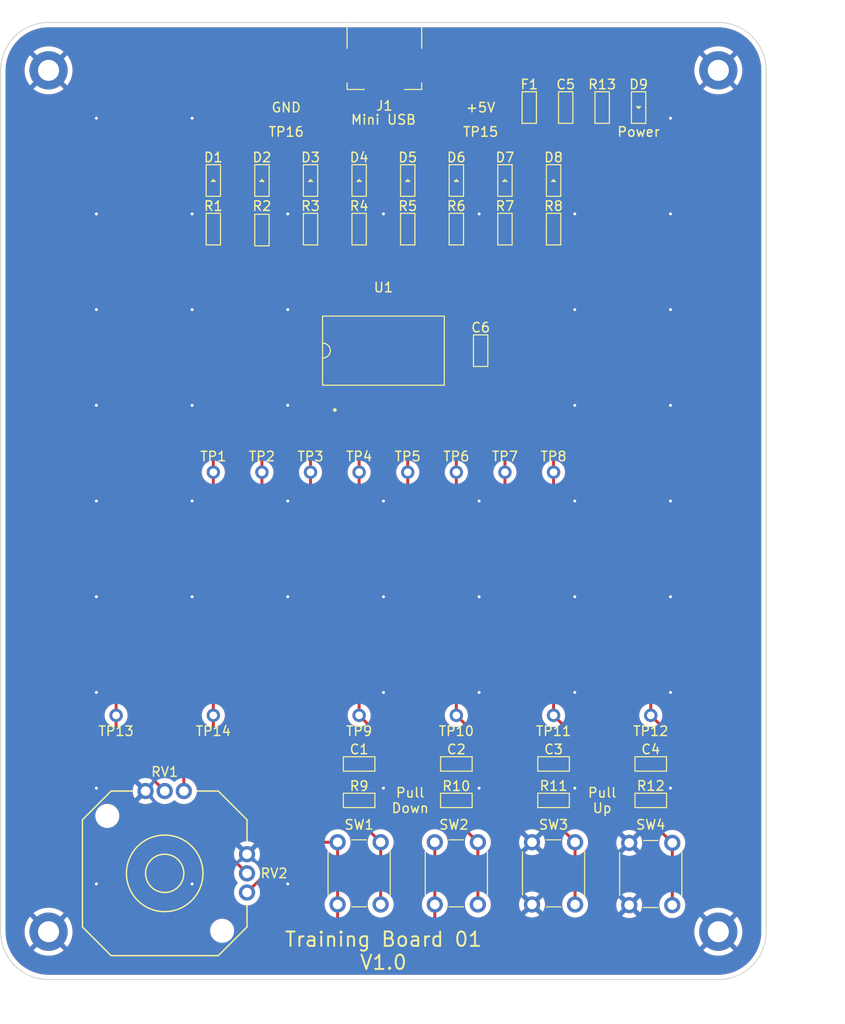
<source format=kicad_pcb>
(kicad_pcb (version 20211014) (generator pcbnew)
  (title_block (title "Training Board 01") (date "2022-03-30") (rev "V1.0") (company "https://github.com/KimiakiK"))
  (layers (0 "F.Cu" signal) (31 "B.Cu" signal) (34 "B.Paste" user) (35 "F.Paste" user) (36 "B.SilkS" user "B.Silkscreen") (37 "F.SilkS" user "F.Silkscreen") (38 "B.Mask" user) (39 "F.Mask" user) (44 "Edge.Cuts" user))
  (net 0 "")
  (net 1 "Net-(C1-Pad1)")
  (net 2 "GND")
  (net 3 "Net-(C2-Pad1)")
  (net 4 "Net-(C3-Pad1)")
  (net 5 "Net-(C4-Pad1)")
  (net 6 "+5V")
  (net 7 "Net-(D1-Pad2)")
  (net 8 "Net-(D2-Pad2)")
  (net 9 "Net-(D3-Pad2)")
  (net 10 "Net-(D4-Pad2)")
  (net 11 "Net-(D5-Pad2)")
  (net 12 "Net-(D6-Pad2)")
  (net 13 "Net-(D7-Pad2)")
  (net 14 "Net-(D8-Pad2)")
  (net 15 "Net-(D9-Pad2)")
  (net 16 "Net-(F1-Pad1)")
  (net 20 "Net-(R1-Pad1)")
  (net 21 "Net-(R2-Pad1)")
  (net 22 "Net-(R3-Pad1)")
  (net 23 "Net-(R4-Pad1)")
  (net 24 "Net-(R5-Pad1)")
  (net 25 "Net-(R6-Pad1)")
  (net 26 "Net-(R7-Pad1)")
  (net 27 "Net-(R8-Pad1)")
  (net 28 "Net-(RV1-Pad2)")
  (net 29 "Net-(RV2-Pad2)")
  (net 30 "Net-(TP1-Pad1)")
  (net 31 "Net-(TP2-Pad1)")
  (net 32 "Net-(TP3-Pad1)")
  (net 33 "Net-(TP4-Pad1)")
  (net 34 "Net-(TP5-Pad1)")
  (net 35 "Net-(TP6-Pad1)")
  (net 36 "Net-(TP7-Pad1)")
  (net 37 "Net-(TP8-Pad1)")
  (footprint "TrainingBoard-01:1608Metric" (layer "F.Cu") (at 7.62 81.28)
    (fp_text reference "R10" (at 0 -1.5) (layer "F.SilkS"))
    (fp_text value "10k")
    (pad "1" smd roundrect (at -0.85 0) (size 0.9 0.8) (layers "F.Cu" "F.Paste" "F.Mask") (net 2 "GND"))
    (pad "2" smd roundrect (at 0.85 0) (size 0.9 0.8) (layers "F.Cu" "F.Paste" "F.Mask") (net 3 "Net-(C2-Pad1)"))
  )
  (footprint "TrainingBoard-01:TestPad" (layer "F.Cu") (at 10.16 10.16)
    (fp_text reference "TP15" (at 0 1.27 unlocked) (layer "F.SilkS"))
    (fp_text value "TestPoint")
    (pad "1" smd circle (at 0 0) (size 1 1) (layers "F.Cu" "F.Paste" "F.Mask") (net 6 "+5V"))
  )
  (footprint "TrainingBoard-01:1608Metric_Diode" (layer "F.Cu") (at -17.78 16.51 -90)
    (fp_text reference "D1" (at -2.413 0 180) (layer "F.SilkS"))
    (fp_text value "LED")
    (pad "1" smd roundrect (at -0.85 0 270) (size 0.9 0.8) (layers "F.Cu" "F.Paste" "F.Mask") (net 2 "GND"))
    (pad "2" smd roundrect (at 0.85 0 270) (size 0.9 0.8) (layers "F.Cu" "F.Paste" "F.Mask") (net 7 "Net-(D1-Pad2)"))
  )
  (footprint "TrainingBoard-01:TestPad_Dual" (layer "F.Cu") (at 17.78 46.99)
    (fp_text reference "TP8" (at 0 -1.651 unlocked) (layer "F.SilkS"))
    (fp_text value "TestPoint")
    (pad "1" thru_hole circle (at 0 0) (size 1.4 1.4) (drill 0.8) (layers *.Cu *.Mask) (net 37 "Net-(TP8-Pad1)"))
    (pad "1" smd circle (at 0 2.54) (size 1 1) (layers "F.Cu" "F.Paste" "F.Mask") (net 37 "Net-(TP8-Pad1)"))
  )
  (footprint "TrainingBoard-01:TestPad_Dual" (layer "F.Cu") (at -2.54 46.99)
    (fp_text reference "TP4" (at 0 -1.651 unlocked) (layer "F.SilkS"))
    (fp_text value "TestPoint")
    (pad "1" thru_hole circle (at 0 0) (size 1.4 1.4) (drill 0.8) (layers *.Cu *.Mask) (net 33 "Net-(TP4-Pad1)"))
    (pad "1" smd circle (at 0 2.54) (size 1 1) (layers "F.Cu" "F.Paste" "F.Mask") (net 33 "Net-(TP4-Pad1)"))
  )
  (footprint "TrainingBoard-01:1608Metric" (layer "F.Cu") (at 17.78 21.59 90)
    (fp_text reference "R8" (at 2.413 0 180) (layer "F.SilkS"))
    (fp_text value "1k")
    (pad "1" smd roundrect (at -0.85 0 90) (size 0.9 0.8) (layers "F.Cu" "F.Paste" "F.Mask") (net 27 "Net-(R8-Pad1)"))
    (pad "2" smd roundrect (at 0.85 0 90) (size 0.9 0.8) (layers "F.Cu" "F.Paste" "F.Mask") (net 14 "Net-(D8-Pad2)"))
  )
  (footprint "TrainingBoard-01:1608Metric" (layer "F.Cu") (at 7.62 21.59 90)
    (fp_text reference "R6" (at 2.413 0 180) (layer "F.SilkS"))
    (fp_text value "1k")
    (pad "1" smd roundrect (at -0.85 0 90) (size 0.9 0.8) (layers "F.Cu" "F.Paste" "F.Mask") (net 25 "Net-(R6-Pad1)"))
    (pad "2" smd roundrect (at 0.85 0 90) (size 0.9 0.8) (layers "F.Cu" "F.Paste" "F.Mask") (net 12 "Net-(D6-Pad2)"))
  )
  (footprint "TrainingBoard-01:SW_PUSH_6mm" (layer "F.Cu") (at 5.37 92.15 90)
    (fp_text reference "SW2" (at 8.33 1.996 180) (layer "F.SilkS"))
    (fp_text value "SW_Push")
    (pad "1" thru_hole circle (at 0 0 180) (size 1.7 1.7) (drill 1) (layers *.Cu *.Mask) (net 6 "+5V"))
    (pad "1" thru_hole circle (at 6.5 0 180) (size 1.7 1.7) (drill 1) (layers *.Cu *.Mask) (net 6 "+5V"))
    (pad "2" thru_hole circle (at 0 4.5 180) (size 1.7 1.7) (drill 1) (layers *.Cu *.Mask) (net 3 "Net-(C2-Pad1)"))
    (pad "2" thru_hole circle (at 6.5 4.5 180) (size 1.7 1.7) (drill 1) (layers *.Cu *.Mask) (net 3 "Net-(C2-Pad1)"))
  )
  (footprint "TrainingBoard-01:1608Metric" (layer "F.Cu") (at 12.7 21.59 90)
    (fp_text reference "R7" (at 2.413 0 180) (layer "F.SilkS"))
    (fp_text value "1k")
    (pad "1" smd roundrect (at -0.85 0 90) (size 0.9 0.8) (layers "F.Cu" "F.Paste" "F.Mask") (net 26 "Net-(R7-Pad1)"))
    (pad "2" smd roundrect (at 0.85 0 90) (size 0.9 0.8) (layers "F.Cu" "F.Paste" "F.Mask") (net 13 "Net-(D7-Pad2)"))
  )
  (footprint "TrainingBoard-01:1608Metric" (layer "F.Cu") (at 27.94 81.28 180)
    (fp_text reference "R12" (at 0 1.524) (layer "F.SilkS"))
    (fp_text value "10k")
    (pad "1" smd roundrect (at -0.85 0 180) (size 0.9 0.8) (layers "F.Cu" "F.Paste" "F.Mask") (net 5 "Net-(C4-Pad1)"))
    (pad "2" smd roundrect (at 0.85 0 180) (size 0.9 0.8) (layers "F.Cu" "F.Paste" "F.Mask") (net 6 "+5V"))
  )
  (footprint "TrainingBoard-01:TestPad_Dual" (layer "F.Cu") (at 7.62 46.99)
    (fp_text reference "TP6" (at 0 -1.651 unlocked) (layer "F.SilkS"))
    (fp_text value "TestPoint")
    (pad "1" smd circle (at 0 2.54) (size 1 1) (layers "F.Cu" "F.Paste" "F.Mask") (net 35 "Net-(TP6-Pad1)"))
    (pad "1" thru_hole circle (at 0 0) (size 1.4 1.4) (drill 0.8) (layers *.Cu *.Mask) (net 35 "Net-(TP6-Pad1)"))
  )
  (footprint "TrainingBoard-01:1608Metric" (layer "F.Cu") (at -2.54 81.28)
    (fp_text reference "R9" (at 0 -1.5) (layer "F.SilkS"))
    (fp_text value "10k")
    (pad "1" smd roundrect (at -0.85 0) (size 0.9 0.8) (layers "F.Cu" "F.Paste" "F.Mask") (net 2 "GND"))
    (pad "2" smd roundrect (at 0.85 0) (size 0.9 0.8) (layers "F.Cu" "F.Paste" "F.Mask") (net 1 "Net-(C1-Pad1)"))
  )
  (footprint "TrainingBoard-01:1608Metric_Diode" (layer "F.Cu") (at 12.7 16.51 -90)
    (fp_text reference "D7" (at -2.413 0 180) (layer "F.SilkS"))
    (fp_text value "LED")
    (pad "1" smd roundrect (at -0.85 0 270) (size 0.9 0.8) (layers "F.Cu" "F.Paste" "F.Mask") (net 2 "GND"))
    (pad "2" smd roundrect (at 0.85 0 270) (size 0.9 0.8) (layers "F.Cu" "F.Paste" "F.Mask") (net 13 "Net-(D7-Pad2)"))
  )
  (footprint "TrainingBoard-01:1608Metric" (layer "F.Cu") (at 27.94 77.47 180)
    (fp_text reference "C4" (at 0 1.524) (layer "F.SilkS"))
    (fp_text value "XuF")
    (pad "1" smd roundrect (at -0.85 0 180) (size 0.9 0.8) (layers "F.Cu" "F.Paste" "F.Mask") (net 5 "Net-(C4-Pad1)"))
    (pad "2" smd roundrect (at 0.85 0 180) (size 0.9 0.8) (layers "F.Cu" "F.Paste" "F.Mask") (net 2 "GND"))
  )
  (footprint "TrainingBoard-01:RV" (layer "F.Cu") (at -22.86 80.3)
    (fp_text reference "RV1" (at 0 -2 unlocked) (layer "F.SilkS"))
    (fp_text value "10k")
    (pad "1" thru_hole circle (at 2 0) (size 1.7 1.7) (drill 1) (layers *.Cu *.Mask) (net 6 "+5V"))
    (pad "2" thru_hole circle (at 0 0) (size 1.7 1.7) (drill 1) (layers *.Cu *.Mask) (net 28 "Net-(RV1-Pad2)"))
    (pad "3" thru_hole circle (at -2 0) (size 1.7 1.7) (drill 1) (layers *.Cu *.Mask) (net 2 "GND"))
  )
  (footprint "TrainingBoard-01:1608Metric" (layer "F.Cu") (at -2.54 77.47 180)
    (fp_text reference "C1" (at 0 1.524) (layer "F.SilkS"))
    (fp_text value "XuF")
    (pad "1" smd roundrect (at -0.85 0 180) (size 0.9 0.8) (layers "F.Cu" "F.Paste" "F.Mask") (net 1 "Net-(C1-Pad1)"))
    (pad "2" smd roundrect (at 0.85 0 180) (size 0.9 0.8) (layers "F.Cu" "F.Paste" "F.Mask") (net 2 "GND"))
  )
  (footprint "TrainingBoard-01:TestPad_Dual" (layer "F.Cu") (at -12.7 46.99)
    (fp_text reference "TP2" (at 0 -1.651 unlocked) (layer "F.SilkS"))
    (fp_text value "TestPoint")
    (pad "1" thru_hole circle (at 0 0) (size 1.4 1.4) (drill 0.8) (layers *.Cu *.Mask) (net 31 "Net-(TP2-Pad1)"))
    (pad "1" smd circle (at 0 2.54) (size 1 1) (layers "F.Cu" "F.Paste" "F.Mask") (net 31 "Net-(TP2-Pad1)"))
  )
  (footprint "TrainingBoard-01:SW_PUSH_6mm" (layer "F.Cu") (at 25.69 92.22 90)
    (fp_text reference "SW4" (at 8.4 2.25 180) (layer "F.SilkS"))
    (fp_text value "SW_Push")
    (pad "1" thru_hole circle (at 0 0 180) (size 1.7 1.7) (drill 1) (layers *.Cu *.Mask) (net 2 "GND"))
    (pad "1" thru_hole circle (at 6.5 0 180) (size 1.7 1.7) (drill 1) (layers *.Cu *.Mask) (net 2 "GND"))
    (pad "2" thru_hole circle (at 0 4.5 180) (size 1.7 1.7) (drill 1) (layers *.Cu *.Mask) (net 5 "Net-(C4-Pad1)"))
    (pad "2" thru_hole circle (at 6.5 4.5 180) (size 1.7 1.7) (drill 1) (layers *.Cu *.Mask) (net 5 "Net-(C4-Pad1)"))
  )
  (footprint "TrainingBoard-01:SW_PUSH_6mm" (layer "F.Cu") (at 15.53 92.15 90)
    (fp_text reference "SW3" (at 8.33 2.25 180) (layer "F.SilkS"))
    (fp_text value "SW_Push")
    (pad "1" thru_hole circle (at 0 0 180) (size 1.7 1.7) (drill 1) (layers *.Cu *.Mask) (net 2 "GND"))
    (pad "1" thru_hole circle (at 6.5 0 180) (size 1.7 1.7) (drill 1) (layers *.Cu *.Mask) (net 2 "GND"))
    (pad "2" thru_hole circle (at 0 4.5 180) (size 1.7 1.7) (drill 1) (layers *.Cu *.Mask) (net 4 "Net-(C3-Pad1)"))
    (pad "2" thru_hole circle (at 6.5 4.5 180) (size 1.7 1.7) (drill 1) (layers *.Cu *.Mask) (net 4 "Net-(C3-Pad1)"))
  )
  (footprint "TrainingBoard-01:TestPad_Dual" (layer "F.Cu") (at 27.94 72.39 180)
    (fp_text reference "TP12" (at 0 -1.651 180) (layer "F.SilkS"))
    (fp_text value "TestPoint")
    (pad "1" smd circle (at 0 2.54 180) (size 1 1) (layers "F.Cu" "F.Paste" "F.Mask") (net 5 "Net-(C4-Pad1)"))
    (pad "1" thru_hole circle (at 0 0 180) (size 1.4 1.4) (drill 0.8) (layers *.Cu *.Mask) (net 5 "Net-(C4-Pad1)"))
  )
  (footprint "TrainingBoard-01:1608Metric" (layer "F.Cu") (at 10.16 34.29 90)
    (fp_text reference "C6" (at 2.413 0 180) (layer "F.SilkS"))
    (fp_text value "0.1uF")
    (pad "1" smd roundrect (at -0.85 0 90) (size 0.9 0.8) (layers "F.Cu" "F.Paste" "F.Mask") (net 6 "+5V"))
    (pad "2" smd roundrect (at 0.85 0 90) (size 0.9 0.8) (layers "F.Cu" "F.Paste" "F.Mask") (net 2 "GND"))
  )
  (footprint "TrainingBoard-01:Hole" (layer "F.Cu") (at -16.86 94.9)
    (fp_text reference "REF**" hide)
    (fp_text value "Hole")
    (pad "" np_thru_hole circle (at 0 0) (size 1.5 1.5) (drill 1.5) (layers F&B.Cu *.Mask))
  )
  (footprint "TrainingBoard-01:MountHole_M2" (layer "F.Cu") (at -35 5)
    (fp_text reference "REF**" hide)
    (fp_text value "MountHole")
    (pad "" thru_hole circle (at 0 0) (size 4 4) (drill 2.2) (layers *.Cu *.Mask) (net 2 "GND"))
  )
  (footprint "TrainingBoard-01:SOP-18_7x12.5mm_P1.27mm" (layer "F.Cu") (at 0 34.29 90)
    (fp_text reference "U1" (at 6.604 0 180) (layer "F.SilkS"))
    (fp_text value "TBD62783A")
    (pad "1" smd roundrect (at -4.775 -5.08 90) (size 1.75 0.6) (layers "F.Cu" "F.Paste" "F.Mask") (net 30 "Net-(TP1-Pad1)"))
    (pad "2" smd roundrect (at -4.775 -3.81 90) (size 1.75 0.6) (layers "F.Cu" "F.Paste" "F.Mask") (net 31 "Net-(TP2-Pad1)"))
    (pad "3" smd roundrect (at -4.775 -2.54 90) (size 1.75 0.6) (layers "F.Cu" "F.Paste" "F.Mask") (net 32 "Net-(TP3-Pad1)"))
    (pad "4" smd roundrect (at -4.775 -1.27 90) (size 1.75 0.6) (layers "F.Cu" "F.Paste" "F.Mask") (net 33 "Net-(TP4-Pad1)"))
    (pad "5" smd roundrect (at -4.775 0 90) (size 1.75 0.6) (layers "F.Cu" "F.Paste" "F.Mask") (net 34 "Net-(TP5-Pad1)"))
    (pad "6" smd roundrect (at -4.775 1.27 90) (size 1.75 0.6) (layers "F.Cu" "F.Paste" "F.Mask") (net 35 "Net-(TP6-Pad1)"))
    (pad "7" smd roundrect (at -4.775 2.54 90) (size 1.75 0.6) (layers "F.Cu" "F.Paste" "F.Mask") (net 36 "Net-(TP7-Pad1)"))
    (pad "8" smd roundrect (at -4.775 3.81 90) (size 1.75 0.6) (layers "F.Cu" "F.Paste" "F.Mask") (net 37 "Net-(TP8-Pad1)"))
    (pad "9" smd roundrect (at -4.775 5.08 90) (size 1.75 0.6) (layers "F.Cu" "F.Paste" "F.Mask") (net 6 "+5V"))
    (pad "10" smd roundrect (at 4.775 5.08 90) (size 1.75 0.6) (layers "F.Cu" "F.Paste" "F.Mask") (net 2 "GND"))
    (pad "11" smd roundrect (at 4.775 3.81 90) (size 1.75 0.6) (layers "F.Cu" "F.Paste" "F.Mask") (net 27 "Net-(R8-Pad1)"))
    (pad "12" smd roundrect (at 4.775 2.54 90) (size 1.75 0.6) (layers "F.Cu" "F.Paste" "F.Mask") (net 26 "Net-(R7-Pad1)"))
    (pad "13" smd roundrect (at 4.775 1.27 90) (size 1.75 0.6) (layers "F.Cu" "F.Paste" "F.Mask") (net 25 "Net-(R6-Pad1)"))
    (pad "14" smd roundrect (at 4.775 0 90) (size 1.75 0.6) (layers "F.Cu" "F.Paste" "F.Mask") (net 24 "Net-(R5-Pad1)"))
    (pad "15" smd roundrect (at 4.775 -1.27 90) (size 1.75 0.6) (layers "F.Cu" "F.Paste" "F.Mask") (net 23 "Net-(R4-Pad1)"))
    (pad "16" smd roundrect (at 4.775 -2.54 90) (size 1.75 0.6) (layers "F.Cu" "F.Paste" "F.Mask") (net 22 "Net-(R3-Pad1)"))
    (pad "17" smd roundrect (at 4.775 -3.81 90) (size 1.75 0.6) (layers "F.Cu" "F.Paste" "F.Mask") (net 21 "Net-(R2-Pad1)"))
    (pad "18" smd roundrect (at 4.775 -5.08 90) (size 1.75 0.6) (layers "F.Cu" "F.Paste" "F.Mask") (net 20 "Net-(R1-Pad1)"))
  )
  (footprint "TrainingBoard-01:TestPad_Dual" (layer "F.Cu") (at 7.62 72.39 180)
    (fp_text reference "TP10" (at 0 -1.651 180) (layer "F.SilkS"))
    (fp_text value "TestPoint")
    (pad "1" thru_hole circle (at 0 0 180) (size 1.4 1.4) (drill 0.8) (layers *.Cu *.Mask) (net 3 "Net-(C2-Pad1)"))
    (pad "1" smd circle (at 0 2.54 180) (size 1 1) (layers "F.Cu" "F.Paste" "F.Mask") (net 3 "Net-(C2-Pad1)"))
  )
  (footprint "TrainingBoard-01:1608Metric_Diode" (layer "F.Cu") (at -12.7 16.51 -90)
    (fp_text reference "D2" (at -2.413 0 180) (layer "F.SilkS"))
    (fp_text value "LED")
    (pad "1" smd roundrect (at -0.85 0 270) (size 0.9 0.8) (layers "F.Cu" "F.Paste" "F.Mask") (net 2 "GND"))
    (pad "2" smd roundrect (at 0.85 0 270) (size 0.9 0.8) (layers "F.Cu" "F.Paste" "F.Mask") (net 8 "Net-(D2-Pad2)"))
  )
  (footprint "TrainingBoard-01:TestPad_Dual" (layer "F.Cu") (at -17.78 46.99)
    (fp_text reference "TP1" (at 0 -1.651 unlocked) (layer "F.SilkS"))
    (fp_text value "TestPoint")
    (pad "1" smd circle (at 0 2.54) (size 1 1) (layers "F.Cu" "F.Paste" "F.Mask") (net 30 "Net-(TP1-Pad1)"))
    (pad "1" thru_hole circle (at 0 0) (size 1.4 1.4) (drill 0.8) (layers *.Cu *.Mask) (net 30 "Net-(TP1-Pad1)"))
  )
  (footprint "TrainingBoard-01:1608Metric_Diode" (layer "F.Cu") (at 7.62 16.51 -90)
    (fp_text reference "D6" (at -2.413 0 180) (layer "F.SilkS"))
    (fp_text value "LED")
    (pad "1" smd roundrect (at -0.85 0 270) (size 0.9 0.8) (layers "F.Cu" "F.Paste" "F.Mask") (net 2 "GND"))
    (pad "2" smd roundrect (at 0.85 0 270) (size 0.9 0.8) (layers "F.Cu" "F.Paste" "F.Mask") (net 12 "Net-(D6-Pad2)"))
  )
  (footprint "TrainingBoard-01:1608Metric" (layer "F.Cu") (at 2.54 21.59 90)
    (fp_text reference "R5" (at 2.413 0 180) (layer "F.SilkS"))
    (fp_text value "1k")
    (pad "1" smd roundrect (at -0.85 0 90) (size 0.9 0.8) (layers "F.Cu" "F.Paste" "F.Mask") (net 24 "Net-(R5-Pad1)"))
    (pad "2" smd roundrect (at 0.85 0 90) (size 0.9 0.8) (layers "F.Cu" "F.Paste" "F.Mask") (net 11 "Net-(D5-Pad2)"))
  )
  (footprint "TrainingBoard-01:1608Metric" (layer "F.Cu") (at 15.24 8.89 -90)
    (fp_text reference "F1" (at -2.413 0 180) (layer "F.SilkS"))
    (fp_text value "Polyfuse")
    (pad "1" smd roundrect (at -0.85 0 270) (size 0.9 0.8) (layers "F.Cu" "F.Paste" "F.Mask") (net 16 "Net-(F1-Pad1)"))
    (pad "2" smd roundrect (at 0.85 0 270) (size 0.9 0.8) (layers "F.Cu" "F.Paste" "F.Mask") (net 6 "+5V"))
  )
  (footprint "TrainingBoard-01:TestPad_Dual" (layer "F.Cu") (at 12.7 46.99)
    (fp_text reference "TP7" (at 0 -1.651 unlocked) (layer "F.SilkS"))
    (fp_text value "TestPoint")
    (pad "1" smd circle (at 0 2.54) (size 1 1) (layers "F.Cu" "F.Paste" "F.Mask") (net 36 "Net-(TP7-Pad1)"))
    (pad "1" thru_hole circle (at 0 0) (size 1.4 1.4) (drill 0.8) (layers *.Cu *.Mask) (net 36 "Net-(TP7-Pad1)"))
  )
  (footprint "TrainingBoard-01:TestPad_Dual" (layer "F.Cu") (at -2.54 72.39 180)
    (fp_text reference "TP9" (at 0 -1.651 180) (layer "F.SilkS"))
    (fp_text value "TestPoint")
    (pad "1" thru_hole circle (at 0 0 180) (size 1.4 1.4) (drill 0.8) (layers *.Cu *.Mask) (net 1 "Net-(C1-Pad1)"))
    (pad "1" smd circle (at 0 2.54 180) (size 1 1) (layers "F.Cu" "F.Paste" "F.Mask") (net 1 "Net-(C1-Pad1)"))
  )
  (footprint "TrainingBoard-01:TestPad_Dual" (layer "F.Cu") (at -17.78 72.39 180)
    (fp_text reference "TP14" (at 0 -1.651 180) (layer "F.SilkS"))
    (fp_text value "TestPoint")
    (pad "1" smd circle (at 0 2.54 180) (size 1 1) (layers "F.Cu" "F.Paste" "F.Mask") (net 29 "Net-(RV2-Pad2)"))
    (pad "1" thru_hole circle (at 0 0 180) (size 1.4 1.4) (drill 0.8) (layers *.Cu *.Mask) (net 29 "Net-(RV2-Pad2)"))
  )
  (footprint "TrainingBoard-01:1608Metric_Diode" (layer "F.Cu") (at 26.67 8.89 90)
    (fp_text reference "D9" (at 2.413 0 180) (layer "F.SilkS"))
    (fp_text value "LED")
    (pad "1" smd roundrect (at -0.85 0 90) (size 0.9 0.8) (layers "F.Cu" "F.Paste" "F.Mask") (net 2 "GND"))
    (pad "2" smd roundrect (at 0.85 0 90) (size 0.9 0.8) (layers "F.Cu" "F.Paste" "F.Mask") (net 15 "Net-(D9-Pad2)"))
  )
  (footprint "TrainingBoard-01:1608Metric_Diode" (layer "F.Cu") (at 2.54 16.51 -90)
    (fp_text reference "D5" (at -2.413 0 180) (layer "F.SilkS"))
    (fp_text value "LED")
    (pad "1" smd roundrect (at -0.85 0 270) (size 0.9 0.8) (layers "F.Cu" "F.Paste" "F.Mask") (net 2 "GND"))
    (pad "2" smd roundrect (at 0.85 0 270) (size 0.9 0.8) (layers "F.Cu" "F.Paste" "F.Mask") (net 11 "Net-(D5-Pad2)"))
  )
  (footprint "TrainingBoard-01:1608Metric" (layer "F.Cu") (at -12.7 21.69 90)
    (fp_text reference "R2" (at 2.513 0 180) (layer "F.SilkS"))
    (fp_text value "1k")
    (pad "1" smd roundrect (at -0.85 0 90) (size 0.9 0.8) (layers "F.Cu" "F.Paste" "F.Mask") (net 21 "Net-(R2-Pad1)"))
    (pad "2" smd roundrect (at 0.85 0 90) (size 0.9 0.8) (layers "F.Cu" "F.Paste" "F.Mask") (net 8 "Net-(D2-Pad2)"))
  )
  (footprint "TrainingBoard-01:1608Metric" (layer "F.Cu") (at -17.78 21.59 90)
    (fp_text reference "R1" (at 2.413 0 180) (layer "F.SilkS"))
    (fp_text value "1k")
    (pad "1" smd roundrect (at -0.85 0 90) (size 0.9 0.8) (layers "F.Cu" "F.Paste" "F.Mask") (net 20 "Net-(R1-Pad1)"))
    (pad "2" smd roundrect (at 0.85 0 90) (size 0.9 0.8) (layers "F.Cu" "F.Paste" "F.Mask") (net 7 "Net-(D1-Pad2)"))
  )
  (footprint "TrainingBoard-01:1608Metric" (layer "F.Cu") (at 7.62 77.47 180)
    (fp_text reference "C2" (at 0 1.524) (layer "F.SilkS"))
    (fp_text value "XuF")
    (pad "1" smd roundrect (at -0.85 0 180) (size 0.9 0.8) (layers "F.Cu" "F.Paste" "F.Mask") (net 3 "Net-(C2-Pad1)"))
    (pad "2" smd roundrect (at 0.85 0 180) (size 0.9 0.8) (layers "F.Cu" "F.Paste" "F.Mask") (net 2 "GND"))
  )
  (footprint "TrainingBoard-01:TestPad" (layer "F.Cu") (at -10.16 10.16)
    (fp_text reference "TP16" (at 0 1.27 unlocked) (layer "F.SilkS"))
    (fp_text value "TestPoint")
    (pad "1" smd circle (at 0 0) (size 1 1) (layers "F.Cu" "F.Paste" "F.Mask") (net 2 "GND"))
  )
  (footprint "TrainingBoard-01:1608Metric_Diode" (layer "F.Cu") (at -2.54 16.51 -90)
    (fp_text reference "D4" (at -2.413 0 180) (layer "F.SilkS"))
    (fp_text value "LED")
    (pad "1" smd roundrect (at -0.85 0 270) (size 0.9 0.8) (layers "F.Cu" "F.Paste" "F.Mask") (net 2 "GND"))
    (pad "2" smd roundrect (at 0.85 0 270) (size 0.9 0.8) (layers "F.Cu" "F.Paste" "F.Mask") (net 10 "Net-(D4-Pad2)"))
  )
  (footprint "TrainingBoard-01:TestPad_Dual" (layer "F.Cu") (at 17.78 72.39 180)
    (fp_text reference "TP11" (at 0 -1.651 180) (layer "F.SilkS"))
    (fp_text value "TestPoint")
    (pad "1" smd circle (at 0 2.54 180) (size 1 1) (layers "F.Cu" "F.Paste" "F.Mask") (net 4 "Net-(C3-Pad1)"))
    (pad "1" thru_hole circle (at 0 0 180) (size 1.4 1.4) (drill 0.8) (layers *.Cu *.Mask) (net 4 "Net-(C3-Pad1)"))
  )
  (footprint "TrainingBoard-01:RV" (layer "F.Cu") (at -14.26 88.9 -90)
    (fp_text reference "RV2" (at 0 -2.83 unlocked) (layer "F.SilkS"))
    (fp_text value "10k")
    (pad "1" thru_hole circle (at 2 0 270) (size 1.7 1.7) (drill 1) (layers *.Cu *.Mask) (net 6 "+5V"))
    (pad "2" thru_hole circle (at 0 0 270) (size 1.7 1.7) (drill 1) (layers *.Cu *.Mask) (net 29 "Net-(RV2-Pad2)"))
    (pad "3" thru_hole circle (at -2 0 270) (size 1.7 1.7) (drill 1) (layers *.Cu *.Mask) (net 2 "GND"))
  )
  (footprint "TrainingBoard-01:MountHole_M2" (layer "F.Cu") (at 35 95)
    (fp_text reference "REF**" hide)
    (fp_text value "MountHole")
    (pad "" thru_hole circle (at 0 0) (size 4 4) (drill 2.2) (layers *.Cu *.Mask) (net 2 "GND"))
  )
  (footprint "TrainingBoard-01:1608Metric" (layer "F.Cu") (at 22.86 8.89 90)
    (fp_text reference "R13" (at 2.413 0 180) (layer "F.SilkS"))
    (fp_text value "10k")
    (pad "1" smd roundrect (at -0.85 0 90) (size 0.9 0.8) (layers "F.Cu" "F.Paste" "F.Mask") (net 6 "+5V"))
    (pad "2" smd roundrect (at 0.85 0 90) (size 0.9 0.8) (layers "F.Cu" "F.Paste" "F.Mask") (net 15 "Net-(D9-Pad2)"))
  )
  (footprint "TrainingBoard-01:TestPad_Dual" (layer "F.Cu") (at -27.94 72.39 180)
    (fp_text reference "TP13" (at 0 -1.651 180) (layer "F.SilkS"))
    (fp_text value "TestPoint")
    (pad "1" smd circle (at 0 2.54 180) (size 1 1) (layers "F.Cu" "F.Paste" "F.Mask") (net 28 "Net-(RV1-Pad2)"))
    (pad "1" thru_hole circle (at 0 0 180) (size 1.4 1.4) (drill 0.8) (layers *.Cu *.Mask) (net 28 "Net-(RV1-Pad2)"))
  )
  (footprint "TrainingBoard-01:UX60SC-MB-5ST" (layer "F.Cu") (at 0.1 0 180)
    (fp_text reference "J1" (at 0 -8.7) (layer "F.SilkS"))
    (fp_text value "USB_B_Mini")
    (pad "1" smd rect (at -1.6 -7 180) (size 0.4 1.4) (layers "F.Cu" "F.Paste" "F.Mask") (net 16 "Net-(F1-Pad1)"))
    (pad "2" smd rect (at -0.8 -7 180) (size 0.4 1.4) (layers "F.Cu" "F.Paste" "F.Mask"))
    (pad "3" smd rect (at 0 -7 180) (size 0.4 1.4) (layers "F.Cu" "F.Paste" "F.Mask"))
    (pad "4" smd rect (at 0.8 -7 180) (size 0.4 1.4) (layers "F.Cu" "F.Paste" "F.Mask"))
    (pad "5" smd rect (at 1.6 -7 180) (size 0.4 1.4) (layers "F.Cu" "F.Paste" "F.Mask") (net 2 "GND"))
    (pad "6" smd rect (at 4 -4.5) (size 2 3) (layers "F.Cu" "F.Paste" "F.Mask") (net 2 "GND"))
    (pad "6" smd rect (at -4 -4.5) (size 2 3) (layers "F.Cu" "F.Paste" "F.Mask") (net 2 "GND"))
  )
  (footprint "TrainingBoard-01:SW_PUSH_6mm" (layer "F.Cu") (at -4.79 92.15 90)
    (fp_text reference "SW1" (at 8.33 2.25 180) (layer "F.SilkS"))
    (fp_text value "SW_Push")
    (pad "1" thru_hole circle (at 0 0 180) (size 1.7 1.7) (drill 1) (layers *.Cu *.Mask) (net 6 "+5V"))
    (pad "1" thru_hole circle (at 6.5 0 180) (size 1.7 1.7) (drill 1) (layers *.Cu *.Mask) (net 6 "+5V"))
    (pad "2" thru_hole circle (at 0 4.5 180) (size 1.7 1.7) (drill 1) (layers *.Cu *.Mask) (net 1 "Net-(C1-Pad1)"))
    (pad "2" thru_hole circle (at 6.5 4.5 180) (size 1.7 1.7) (drill 1) (layers *.Cu *.Mask) (net 1 "Net-(C1-Pad1)"))
  )
  (footprint "TrainingBoard-01:1608Metric" (layer "F.Cu") (at 17.78 81.28 180)
    (fp_text reference "R11" (at 0 1.524) (layer "F.SilkS"))
    (fp_text value "10k")
    (pad "1" smd roundrect (at -0.85 0 180) (size 0.9 0.8) (layers "F.Cu" "F.Paste" "F.Mask") (net 4 "Net-(C3-Pad1)"))
    (pad "2" smd roundrect (at 0.85 0 180) (size 0.9 0.8) (layers "F.Cu" "F.Paste" "F.Mask") (net 6 "+5V"))
  )
  (footprint "TrainingBoard-01:Hole" (layer "F.Cu") (at -28.86 82.9)
    (fp_text reference "REF**" hide)
    (fp_text value "Hole")
    (pad "" np_thru_hole circle (at 0 0) (size 1.5 1.5) (drill 1.5) (layers F&B.Cu *.Mask))
  )
  (footprint "TrainingBoard-01:TestPad_Dual" (layer "F.Cu") (at -7.62 46.99)
    (fp_text reference "TP3" (at 0 -1.651 unlocked) (layer "F.SilkS"))
    (fp_text value "TestPoint")
    (pad "1" thru_hole circle (at 0 0) (size 1.4 1.4) (drill 0.8) (layers *.Cu *.Mask) (net 32 "Net-(TP3-Pad1)"))
    (pad "1" smd circle (at 0 2.54) (size 1 1) (layers "F.Cu" "F.Paste" "F.Mask") (net 32 "Net-(TP3-Pad1)"))
  )
  (footprint "TrainingBoard-01:MountHole_M2" (layer "F.Cu") (at -35 95)
    (fp_text reference "REF**" hide)
    (fp_text value "MountHole")
    (pad "" thru_hole circle (at 0 0) (size 4 4) (drill 2.2) (layers *.Cu *.Mask) (net 2 "GND"))
  )
  (footprint "TrainingBoard-01:1608Metric" (layer "F.Cu") (at -7.62 21.59 90)
    (fp_text reference "R3" (at 2.413 0 180) (layer "F.SilkS"))
    (fp_text value "1k")
    (pad "1" smd roundrect (at -0.85 0 90) (size 0.9 0.8) (layers "F.Cu" "F.Paste" "F.Mask") (net 22 "Net-(R3-Pad1)"))
    (pad "2" smd roundrect (at 0.85 0 90) (size 0.9 0.8) (layers "F.Cu" "F.Paste" "F.Mask") (net 9 "Net-(D3-Pad2)"))
  )
  (footprint "TrainingBoard-01:1608Metric" (layer "F.Cu") (at 17.78 77.47 180)
    (fp_text reference "C3" (at 0 1.524) (layer "F.SilkS"))
    (fp_text value "XuF")
    (pad "1" smd roundrect (at -0.85 0 180) (size 0.9 0.8) (layers "F.Cu" "F.Paste" "F.Mask") (net 4 "Net-(C3-Pad1)"))
    (pad "2" smd roundrect (at 0.85 0 180) (size 0.9 0.8) (layers "F.Cu" "F.Paste" "F.Mask") (net 2 "GND"))
  )
  (footprint "TrainingBoard-01:MountHole_M2" (layer "F.Cu") (at 35 5)
    (fp_text reference "REF**" hide)
    (fp_text value "MountHole")
    (pad "" thru_hole circle (at 0 0) (size 4 4) (drill 2.2) (layers *.Cu *.Mask) (net 2 "GND"))
  )
  (footprint "TrainingBoard-01:1608Metric_Diode" (layer "F.Cu") (at 17.78 16.51 -90)
    (fp_text reference "D8" (at -2.413 0 180) (layer "F.SilkS"))
    (fp_text value "LED")
    (pad "1" smd roundrect (at -0.85 0 270) (size 0.9 0.8) (layers "F.Cu" "F.Paste" "F.Mask") (net 2 "GND"))
    (pad "2" smd roundrect (at 0.85 0 270) (size 0.9 0.8) (layers "F.Cu" "F.Paste" "F.Mask") (net 14 "Net-(D8-Pad2)"))
  )
  (footprint "TrainingBoard-01:TestPad_Dual" (layer "F.Cu") (at 2.54 46.99)
    (fp_text reference "TP5" (at 0 -1.651 unlocked) (layer "F.SilkS"))
    (fp_text value "TestPoint")
    (pad "1" thru_hole circle (at 0 0) (size 1.4 1.4) (drill 0.8) (layers *.Cu *.Mask) (net 34 "Net-(TP5-Pad1)"))
    (pad "1" smd circle (at 0 2.54) (size 1 1) (layers "F.Cu" "F.Paste" "F.Mask") (net 34 "Net-(TP5-Pad1)"))
  )
  (footprint "TrainingBoard-01:1608Metric_Diode" (layer "F.Cu") (at -7.62 16.51 -90)
    (fp_text reference "D3" (at -2.413 0 180) (layer "F.SilkS"))
    (fp_text value "LED")
    (pad "1" smd roundrect (at -0.85 0 270) (size 0.9 0.8) (layers "F.Cu" "F.Paste" "F.Mask") (net 2 "GND"))
    (pad "2" smd roundrect (at 0.85 0 270) (size 0.9 0.8) (layers "F.Cu" "F.Paste" "F.Mask") (net 9 "Net-(D3-Pad2)"))
  )
  (footprint "TrainingBoard-01:1608Metric" (layer "F.Cu") (at 19.05 8.89 90)
    (fp_text reference "C5" (at 2.413 0 180) (layer "F.SilkS"))
    (fp_text value "1uF")
    (pad "1" smd roundrect (at -0.85 0 90) (size 0.9 0.8) (layers "F.Cu" "F.Paste" "F.Mask") (net 6 "+5V"))
    (pad "2" smd roundrect (at 0.85 0 90) (size 0.9 0.8) (layers "F.Cu" "F.Paste" "F.Mask") (net 2 "GND"))
  )
  (footprint "TrainingBoard-01:1608Metric" (layer "F.Cu") (at -2.54 21.59 90)
    (fp_text reference "R4" (at 2.413 0 180) (layer "F.SilkS"))
    (fp_text value "1k")
    (pad "1" smd roundrect (at -0.85 0 90) (size 0.9 0.8) (layers "F.Cu" "F.Paste" "F.Mask") (net 23 "Net-(R4-Pad1)"))
    (pad "2" smd roundrect (at 0.85 0 90) (size 0.9 0.8) (layers "F.Cu" "F.Paste" "F.Mask") (net 10 "Net-(D4-Pad2)"))
  )
  (gr_circle (center -22.86 88.9) (end -22.86 90.9) (layer "F.SilkS") (width 0.15) (fill none))
  (gr_line (start -28.46 97.5) (end -17.26 97.5) (layer "F.SilkS") (width 0.15))
  (gr_line (start -28.46 97.5) (end -31.46 94.5) (layer "F.SilkS") (width 0.15))
  (gr_line (start -28.46 80.3) (end -26.26 80.3) (layer "F.SilkS") (width 0.15))
  (gr_line (start -17.26 97.5) (end -14.26 94.5) (layer "F.SilkS") (width 0.15))
  (gr_line (start -14.26 94.5) (end -14.26 92.3) (layer "F.SilkS") (width 0.15))
  (gr_line (start -14.26 83.3) (end -17.26 80.3) (layer "F.SilkS") (width 0.15))
  (gr_line (start -31.46 83.3) (end -28.46 80.3) (layer "F.SilkS") (width 0.15))
  (gr_line (start -14.26 83.3) (end -14.26 85.5) (layer "F.SilkS") (width 0.15))
  (gr_line (start -17.26 80.3) (end -19.46 80.3) (layer "F.SilkS") (width 0.15))
  (gr_line (start -31.46 94.5) (end -31.46 83.3) (layer "F.SilkS") (width 0.15))
  (gr_circle (center -22.86 88.9) (end -22.86 92.9) (layer "F.SilkS") (width 0.15) (fill none))
  (gr_arc (start -35 100) (mid -38.535534 98.535534) (end -40 95) (layer "Edge.Cuts") (width 0.1))
  (gr_line (start -35 100) (end 35 100) (layer "Edge.Cuts") (width 0.1))
  (gr_line (start 40 95) (end 40 5) (layer "Edge.Cuts") (width 0.1))
  (gr_arc (start 35 0) (mid 38.535534 1.464466) (end 40 5) (layer "Edge.Cuts") (width 0.1))
  (gr_arc (start -40 5) (mid -38.535534 1.464466) (end -35 0) (layer "Edge.Cuts") (width 0.1))
  (gr_arc (start 40 95) (mid 38.535534 98.535534) (end 35 100) (layer "Edge.Cuts") (width 0.1))
  (gr_line (start -40 5) (end -40 95) (layer "Edge.Cuts") (width 0.1))
  (gr_line (start 35 0) (end -35 0) (layer "Edge.Cuts") (width 0.1))
  (gr_text "Pull\nUp" (at 22.86 81.28) (layer "F.SilkS") (effects (font (size 1 1))))
  (gr_text "Mini USB" (at 0 10.16) (layer "F.SilkS") (effects (font (size 1 1))))
  (gr_text "Pull\nDown" (at 2.794 81.28) (layer "F.SilkS") (effects (font (size 1 1))))
  (gr_text "+5V" (at 10.16 8.89) (layer "F.SilkS") (effects (font (size 1 1))))
  (gr_text "Power" (at 26.67 11.43) (layer "F.SilkS") (effects (font (size 1 1))))
  (gr_text "Training Board 01\nV1.0" (at 0 97) (layer "F.SilkS") (effects (font (size 1.5 1.5) (thickness 0.2))))
  (gr_text "GND" (at -10.16 8.89) (layer "F.SilkS") (effects (font (size 1 1))))
  (segment (start -1.69 81.28) (end -1.69 84.25) (width 0.3048) (layer "F.Cu") (net 1))
  (segment (start -1.69 73.24) (end -2.54 72.39) (width 0.3048) (layer "F.Cu") (net 1))
  (segment (start -0.29 85.65) (end -0.29 92.15) (width 0.3048) (layer "F.Cu") (net 1))
  (segment (start -2.54 72.39) (end -2.54 69.85) (width 0.3048) (layer "F.Cu") (net 1))
  (segment (start -1.69 77.47) (end -1.69 73.24) (width 0.3048) (layer "F.Cu") (net 1))
  (segment (start -1.69 84.25) (end -0.29 85.65) (width 0.3048) (layer "F.Cu") (net 1))
  (segment (start -1.69 77.47) (end -1.69 81.28) (width 0.3048) (layer "F.Cu") (net 1))
  (segment (start 5.461 28.067) (end 9.144 28.067) (width 0.3048) (layer "F.Cu") (net 2))
  (segment (start -1.5 7) (end -1.5 8.612) (width 0.3048) (layer "F.Cu") (net 2))
  (segment (start -3.556 8.89) (end -3.9 8.546) (width 0.3048) (layer "F.Cu") (net 2))
  (segment (start -1.778 8.89) (end -3.556 8.89) (width 0.3048) (layer "F.Cu") (net 2))
  (segment (start 9.144 28.067) (end 10.16 29.083) (width 0.3048) (layer "F.Cu") (net 2))
  (segment (start 10.16 29.083) (end 10.16 33.44) (width 0.3048) (layer "F.Cu") (net 2))
  (segment (start 5.08 28.448) (end 5.461 28.067) (width 0.3048) (layer "F.Cu") (net 2))
  (segment (start -3.9 8.546) (end -3.9 4.5) (width 0.3048) (layer "F.Cu") (net 2))
  (segment (start -1.5 8.612) (end -1.778 8.89) (width 0.3048) (layer "F.Cu") (net 2))
  (segment (start 5.08 29.515) (end 5.08 28.448) (width 0.3048) (layer "F.Cu") (net 2))
  (via (at -30 80) (size 0.6096) (drill 0.3048) (layers "F.Cu" "B.Cu") (net 2))
  (via (at -10 60) (size 0.6096) (drill 0.3048) (layers "F.Cu" "B.Cu") (net 2))
  (via (at -20 10) (size 0.6096) (drill 0.3048) (layers "F.Cu" "B.Cu") (net 2))
  (via (at -20 60) (size 0.6096) (drill 0.3048) (layers "F.Cu" "B.Cu") (net 2))
  (via (at -10 40) (size 0.6096) (drill 0.3048) (layers "F.Cu" "B.Cu") (net 2))
  (via (at -10 90) (size 0.6096) (drill 0.3048) (layers "F.Cu" "B.Cu") (net 2))
  (via (at 10 60) (size 0.6096) (drill 0.3048) (layers "F.Cu" "B.Cu") (net 2))
  (via (at 30 10) (size 0.6096) (drill 0.3048) (layers "F.Cu" "B.Cu") (net 2))
  (via (at -30 60) (size 0.6096) (drill 0.3048) (layers "F.Cu" "B.Cu") (net 2))
  (via (at 20 40) (size 0.6096) (drill 0.3048) (layers "F.Cu" "B.Cu") (net 2))
  (via (at -30 20) (size 0.6096) (drill 0.3048) (layers "F.Cu" "B.Cu") (net 2))
  (via (at 10 50) (size 0.6096) (drill 0.3048) (layers "F.Cu" "B.Cu") (net 2))
  (via (at 20 50) (size 0.6096) (drill 0.3048) (layers "F.Cu" "B.Cu") (net 2))
  (via (at 0 20) (size 0.6096) (drill 0.3048) (layers "F.Cu" "B.Cu") (net 2))
  (via (at -20 30) (size 0.6096) (drill 0.3048) (layers "F.Cu" "B.Cu") (net 2))
  (via (at 0 70) (size 0.6096) (drill 0.3048) (layers "F.Cu" "B.Cu") (net 2))
  (via (at -20 40) (size 0.6096) (drill 0.3048) (layers "F.Cu" "B.Cu") (net 2))
  (via (at -30 90) (size 0.6096) (drill 0.3048) (layers "F.Cu" "B.Cu") (net 2))
  (via (at 20 70) (size 0.6096) (drill 0.3048) (layers "F.Cu" "B.Cu") (net 2))
  (via (at -30 10) (size 0.6096) (drill 0.3048) (layers "F.Cu" "B.Cu") (net 2))
  (via (at 20 30) (size 0.6096) (drill 0.3048) (layers "F.Cu" "B.Cu") (net 2))
  (via (at 20 80) (size 0.6096) (drill 0.3048) (layers "F.Cu" "B.Cu") (net 2))
  (via (at 10 20) (size 0.6096) (drill 0.3048) (layers "F.Cu" "B.Cu") (net 2))
  (via (at 0 60) (size 0.6096) (drill 0.3048) (layers "F.Cu" "B.Cu") (net 2))
  (via (at -30 50) (size 0.6096) (drill 0.3048) (layers "F.Cu" "B.Cu") (net 2))
  (via (at 10 70) (size 0.6096) (drill 0.3048) (layers "F.Cu" "B.Cu") (net 2))
  (via (at -20 20) (size 0.6096) (drill 0.3048) (layers "F.Cu" "B.Cu") (net 2))
  (via (at -20 50) (size 0.6096) (drill 0.3048) (layers "F.Cu" "B.Cu") (net 2))
  (via (at 20 60) (size 0.6096) (drill 0.3048) (layers "F.Cu" "B.Cu") (net 2))
  (via (at -30 40) (size 0.6096) (drill 0.3048) (layers "F.Cu" "B.Cu") (net 2))
  (via (at 30 20) (size 0.6096) (drill 0.3048) (layers "F.Cu" "B.Cu") (net 2))
  (via (at -30 30) (size 0.6096) (drill 0.3048) (layers "F.Cu" "B.Cu") (net 2))
  (via (at -20 90) (size 0.6096) (drill 0.3048) (layers "F.Cu" "B.Cu") (net 2))
  (via (at 30 70) (size 0.6096) (drill 0.3048) (layers "F.Cu" "B.Cu") (net 2))
  (via (at 30 60) (size 0.6096) (drill 0.3048) (layers "F.Cu" "B.Cu") (net 2))
  (via (at 30 80) (size 0.6096) (drill 0.3048) (layers "F.Cu" "B.Cu") (net 2))
  (via (at -10 30) (size 0.6096) (drill 0.3048) (layers "F.Cu" "B.Cu") (net 2))
  (via (at 30 50) (size 0.6096) (drill 0.3048) (layers "F.Cu" "B.Cu") (net 2))
  (via (at -10 50) (size 0.6096) (drill 0.3048) (layers "F.Cu" "B.Cu") (net 2))
  (via (at 0 80) (size 0.6096) (drill 0.3048) (layers "F.Cu" "B.Cu") (net 2))
  (via (at -10 20) (size 0.6096) (drill 0.3048) (layers "F.Cu" "B.Cu") (net 2))
  (via (at 20 20) (size 0.6096) (drill 0.3048) (layers "F.Cu" "B.Cu") (net 2))
  (via (at 10 80) (size 0.6096) (drill 0.3048) (layers "F.Cu" "B.Cu") (net 2))
  (via (at -30 70) (size 0.6096) (drill 0.3048) (layers "F.Cu" "B.Cu") (net 2))
  (via (at 30 40) (size 0.6096) (drill 0.3048) (layers "F.Cu" "B.Cu") (net 2))
  (via (at 0 50) (size 0.6096) (drill 0.3048) (layers "F.Cu" "B.Cu") (net 2))
  (via (at 30 30) (size 0.6096) (drill 0.3048) (layers "F.Cu" "B.Cu") (net 2))
  (segment (start 8.47 84.25) (end 9.87 85.65) (width 0.3048) (layer "F.Cu") (net 3))
  (segment (start 8.47 77.47) (end 8.47 73.24) (width 0.3048) (layer "F.Cu") (net 3))
  (segment (start 8.47 81.28) (end 8.47 84.25) (width 0.3048) (layer "F.Cu") (net 3))
  (segment (start 8.47 77.47) (end 8.47 81.28) (width 0.3048) (layer "F.Cu") (net 3))
  (segment (start 7.62 72.39) (end 7.62 69.85) (width 0.3048) (layer "F.Cu") (net 3))
  (segment (start 8.47 73.24) (end 7.62 72.39) (width 0.3048) (layer "F.Cu") (net 3))
  (segment (start 9.87 85.65) (end 9.87 92.15) (width 0.3048) (layer "F.Cu") (net 3))
  (segment (start 20.03 85.65) (end 20.03 92.15) (width 0.3048) (layer "F.Cu") (net 4))
  (segment (start 18.63 77.47) (end 18.63 73.24) (width 0.3048) (layer "F.Cu") (net 4))
  (segment (start 18.63 84.25) (end 20.03 85.65) (width 0.3048) (layer "F.Cu") (net 4))
  (segment (start 18.63 81.28) (end 18.63 84.25) (width 0.3048) (layer "F.Cu") (net 4))
  (segment (start 18.63 77.47) (end 18.63 81.28) (width 0.3048) (layer "F.Cu") (net 4))
  (segment (start 17.78 72.39) (end 17.78 69.85) (width 0.3048) (layer "F.Cu") (net 4))
  (segment (start 18.63 73.24) (end 17.78 72.39) (width 0.3048) (layer "F.Cu") (net 4))
  (segment (start 30.19 85.72) (end 30.19 92.22) (width 0.3048) (layer "F.Cu") (net 5))
  (segment (start 27.94 72.39) (end 27.94 69.85) (width 0.3048) (layer "F.Cu") (net 5))
  (segment (start 28.79 77.47) (end 28.79 81.28) (width 0.3048) (layer "F.Cu") (net 5))
  (segment (start 28.79 73.24) (end 27.94 72.39) (width 0.3048) (layer "F.Cu") (net 5))
  (segment (start 28.79 84.32) (end 30.19 85.72) (width 0.3048) (layer "F.Cu") (net 5))
  (segment (start 28.79 77.47) (end 28.79 73.24) (width 0.3048) (layer "F.Cu") (net 5))
  (segment (start 28.79 81.28) (end 28.79 84.32) (width 0.3048) (layer "F.Cu") (net 5))
  (segment (start -10.16 85.09) (end -10.16 86.8) (width 0.3048) (layer "F.Cu") (net 6))
  (segment (start -4.79 94.27) (end -3.81 95.25) (width 0.3048) (layer "F.Cu") (net 6))
  (segment (start -20.86 66.58) (end -20.86 80.3) (width 0.3048) (layer "F.Cu") (net 6))
  (segment (start -4.79 92.15) (end -4.79 94.27) (width 0.3048) (layer "F.Cu") (net 6))
  (segment (start 24.13 64.77) (end 22.86 63.5) (width 0.3048) (layer "F.Cu") (net 6))
  (segment (start 22.86 63.5) (end 16.51 63.5) (width 0.3048) (layer "F.Cu") (net 6))
  (segment (start 5.08 40.259) (end 5.334 40.513) (width 0.3048) (layer "F.Cu") (net 6))
  (segment (start 15.24 81.28) (end 16.93 81.28) (width 0.3048) (layer "F.Cu") (net 6))
  (segment (start 10.16 39.751) (end 10.16 35.14) (width 0.3048) (layer "F.Cu") (net 6))
  (segment (start 5.08 39.065) (end 5.08 40.259) (width 0.3048) (layer "F.Cu") (net 6))
  (segment (start -10.16 63.5) (end -17.78 63.5) (width 0.3048) (layer "F.Cu") (net 6))
  (segment (start -10.16 63.5) (end -10.16 85.09) (width 0.3048) (layer "F.Cu") (net 6))
  (segment (start 13.97 80.01) (end 15.24 81.28) (width 0.3048) (layer "F.Cu") (net 6))
  (segment (start 15.24 9.74) (end 19.05 9.74) (width 0.3048) (layer "F.Cu") (net 6))
  (segment (start 22.86 9.74) (end 19.05 9.74) (width 0.3048) (layer "F.Cu") (net 6))
  (segment (start 5.37 93.69) (end 5.37 92.15) (width 0.3048) (layer "F.Cu") (net 6))
  (segment (start -3.81 95.25) (end 3.81 95.25) (width 0.3048) (layer "F.Cu") (net 6))
  (segment (start 13.97 80.01) (end 13.97 63.5) (width 0.3048) (layer "F.Cu") (net 6))
  (segment (start 27.09 81.28) (end 25.4 81.28) (width 0.3048) (layer "F.Cu") (net 6))
  (segment (start -17.78 63.5) (end -20.86 66.58) (width 0.3048) (layer "F.Cu") (net 6))
  (segment (start 10.199 35.179) (end 10.16 35.14) (width 0.3048) (layer "F.Cu") (net 6))
  (segment (start 16.51 63.5) (end 13.97 63.5) (width 0.3048) (layer "F.Cu") (net 6))
  (segment (start 5.37 85.65) (end 5.37 92.15) (width 0.3048) (layer "F.Cu") (net 6))
  (segment (start 10.58 9.74) (end 10.16 10.16) (width 0.3048) (layer "F.Cu") (net 6))
  (segment (start 22.86 38.862) (end 22.86 63.5) (width 0.3048) (layer "F.Cu") (net 6))
  (segment (start -9.6 85.65) (end -10.16 85.09) (width 0.3048) (layer "F.Cu") (net 6))
  (segment (start 13.97 63.5) (end -10.16 63.5) (width 0.3048) (layer "F.Cu") (net 6))
  (segment (start 19.177 35.179) (end 10.199 35.179) (width 0.3048) (layer "F.Cu") (net 6))
  (segment (start 25.4 81.28) (end 24.13 80.01) (width 0.3048) (layer "F.Cu") (net 6))
  (segment (start -9.6 85.65) (end -4.79 85.65) (width 0.3048) (layer "F.Cu") (net 6))
  (segment (start 15.24 9.74) (end 10.58 9.74) (width 0.3048) (layer "F.Cu") (net 6))
  (segment (start 22.86 31.496) (end 19.177 35.179) (width 0.3048) (layer "F.Cu") (net 6))
  (segment (start 3.81 95.25) (end 5.37 93.69) (width 0.3048) (layer "F.Cu") (net 6))
  (segment (start 22.86 9.74) (end 22.86 31.496) (width 0.3048) (layer "F.Cu") (net 6))
  (segment (start -10.16 86.8) (end -14.26 90.9) (width 0.3048) (layer "F.Cu") (net 6))
  (segment (start 24.13 80.01) (end 24.13 64.77) (width 0.3048) (layer "F.Cu") (net 6))
  (segment (start -4.79 85.65) (end -4.79 92.15) (width 0.3048) (layer "F.Cu") (net 6))
  (segment (start 19.177 35.179) (end 22.86 38.862) (width 0.3048) (layer "F.Cu") (net 6))
  (segment (start 9.398 40.513) (end 10.16 39.751) (width 0.3048) (layer "F.Cu") (net 6))
  (segment (start 5.334 40.513) (end 9.398 40.513) (width 0.3048) (layer "F.Cu") (net 6))
  (segment (start -17.78 17.36) (end -17.78 20.74) (width 0.3048) (layer "F.Cu") (net 7))
  (segment (start -12.7 17.36) (end -12.7 20.84) (width 0.3048) (layer "F.Cu") (net 8))
  (segment (start -7.62 17.36) (end -7.62 20.74) (width 0.3048) (layer "F.Cu") (net 9))
  (segment (start -2.54 17.36) (end -2.54 20.74) (width 0.3048) (layer "F.Cu") (net 10))
  (segment (start 2.54 17.36) (end 2.54 20.74) (width 0.3048) (layer "F.Cu") (net 11))
  (segment (start 7.62 17.36) (end 7.62 20.74) (width 0.3048) (layer "F.Cu") (net 12))
  (segment (start 12.7 17.36) (end 12.7 20.74) (width 0.3048) (layer "F.Cu") (net 13))
  (segment (start 17.78 17.36) (end 17.78 20.74) (width 0.3048) (layer "F.Cu") (net 14))
  (segment (start 22.86 8.04) (end 26.67 8.04) (width 0.3048) (layer "F.Cu") (net 15))
  (segment (start 1.7 7.923) (end 1.817 8.04) (width 0.3048) (layer "F.Cu") (net 16))
  (segment (start 1.817 8.04) (end 15.24 8.04) (width 0.3048) (layer "F.Cu") (net 16))
  (segment (start 1.7 7) (end 1.7 7.923) (width 0.3048) (layer "F.Cu") (net 16))
  (segment (start -5.08 29.515) (end -5.08 26.67) (width 0.3048) (layer "F.Cu") (net 20))
  (segment (start -15.24 26.416) (end -17.78 23.876) (width 0.3048) (layer "F.Cu") (net 20))
  (segment (start -5.334 26.416) (end -15.24 26.416) (width 0.3048) (layer "F.Cu") (net 20))
  (segment (start -17.78 23.876) (end -17.78 22.44) (width 0.3048) (layer "F.Cu") (net 20))
  (segment (start -5.08 26.67) (end -5.334 26.416) (width 0.3048) (layer "F.Cu") (net 20))
  (segment (start -4.572 25.4) (end -11.176 25.4) (width 0.3048) (layer "F.Cu") (net 21))
  (segment (start -3.81 29.515) (end -3.81 26.162) (width 0.3048) (layer "F.Cu") (net 21))
  (segment (start -12.7 23.876) (end -12.7 22.54) (width 0.3048) (layer "F.Cu") (net 21))
  (segment (start -11.176 25.4) (end -12.7 23.876) (width 0.3048) (layer "F.Cu") (net 21))
  (segment (start -3.81 26.162) (end -4.572 25.4) (width 0.3048) (layer "F.Cu") (net 21))
  (segment (start -7.62 23.876) (end -7.62 22.44) (width 0.3048) (layer "F.Cu") (net 22))
  (segment (start -2.54 25.654) (end -3.81 24.384) (width 0.3048) (layer "F.Cu") (net 22))
  (segment (start -7.112 24.384) (end -7.62 23.876) (width 0.3048) (layer "F.Cu") (net 22))
  (segment (start -2.54 29.515) (end -2.54 25.654) (width 0.3048) (layer "F.Cu") (net 22))
  (segment (start -3.81 24.384) (end -7.112 24.384) (width 0.3048) (layer "F.Cu") (net 22))
  (segment (start -2.54 23.876) (end -2.54 22.44) (width 0.3048) (layer "F.Cu") (net 23))
  (segment (start -1.27 29.515) (end -1.27 25.146) (width 0.3048) (layer "F.Cu") (net 23))
  (segment (start -1.27 25.146) (end -2.54 23.876) (width 0.3048) (layer "F.Cu") (net 23))
  (segment (start 0 26.416) (end 0 29.515) (width 0.3048) (layer "F.Cu") (net 24))
  (segment (start 2.54 23.876) (end 0 26.416) (width 0.3048) (layer "F.Cu") (net 24))
  (segment (start 2.54 22.44) (end 2.54 23.876) (width 0.3048) (layer "F.Cu") (net 24))
  (segment (start 1.27 27.178) (end 3.81 24.638) (width 0.3048) (layer "F.Cu") (net 25))
  (segment (start 7.62 23.876) (end 7.62 22.44) (width 0.3048) (layer "F.Cu") (net 25))
  (segment (start 1.27 29.515) (end 1.27 27.178) (width 0.3048) (layer "F.Cu") (net 25))
  (segment (start 6.858 24.638) (end 7.62 23.876) (width 0.3048) (layer "F.Cu") (net 25))
  (segment (start 3.81 24.638) (end 6.858 24.638) (width 0.3048) (layer "F.Cu") (net 25))
  (segment (start 2.54 27.94) (end 4.572 25.908) (width 0.3048) (layer "F.Cu") (net 26))
  (segment (start 10.668 25.908) (end 12.7 23.876) (width 0.3048) (layer "F.Cu") (net 26))
  (segment (start 12.7 23.876) (end 12.7 22.44) (width 0.3048) (layer "F.Cu") (net 26))
  (segment (start 4.572 25.908) (end 10.668 25.908) (width 0.3048) (layer "F.Cu") (net 26))
  (segment (start 2.54 29.515) (end 2.54 27.94) (width 0.3048) (layer "F.Cu") (net 26))
  (segment (start 17.78 23.876) (end 17.78 22.44) (width 0.3048) (layer "F.Cu") (net 27))
  (segment (start 14.732 26.924) (end 17.78 23.876) (width 0.3048) (layer "F.Cu") (net 27))
  (segment (start 5.334 26.924) (end 14.732 26.924) (width 0.3048) (layer "F.Cu") (net 27))
  (segment (start 3.81 28.448) (end 5.334 26.924) (width 0.3048) (layer "F.Cu") (net 27))
  (segment (start 3.81 29.515) (end 3.81 28.448) (width 0.3048) (layer "F.Cu") (net 27))
  (segment (start -27.94 75.22) (end -22.86 80.3) (width 0.3048) (layer "F.Cu") (net 28))
  (segment (start -27.94 72.39) (end -27.94 69.85) (width 0.3048) (layer "F.Cu") (net 28))
  (segment (start -27.94 72.39) (end -27.94 75.22) (width 0.3048) (layer "F.Cu") (net 28))
  (segment (start -17.78 85.38) (end -14.26 88.9) (width 0.3048) (layer "F.Cu") (net 29))
  (segment (start -17.78 72.39) (end -17.78 85.38) (width 0.3048) (layer "F.Cu") (net 29))
  (segment (start -17.78 72.39) (end -17.78 69.85) (width 0.3048) (layer "F.Cu") (net 29))
  (segment (start -5.08 39.065) (end -5.08 41.783) (width 0.3048) (layer "F.Cu") (net 30))
  (segment (start -17.78 45.72) (end -17.78 46.99) (width 0.3048) (layer "F.Cu") (net 30))
  (segment (start -14.224 42.164) (end -17.78 45.72) (width 0.3048) (layer "F.Cu") (net 30))
  (segment (start -5.461 42.164) (end -14.224 42.164) (width 0.3048) (layer "F.Cu") (net 30))
  (segment (start -5.08 41.783) (end -5.461 42.164) (width 0.3048) (layer "F.Cu") (net 30))
  (segment (start -17.78 46.99) (end -17.78 49.53) (width 0.3048) (layer "F.Cu") (net 30))
  (segment (start -12.7 45.72) (end -12.7 46.99) (width 0.3048) (layer "F.Cu") (net 31))
  (segment (start -3.81 39.065) (end -3.81 42.799) (width 0.3048) (layer "F.Cu") (net 31))
  (segment (start -12.7 46.99) (end -12.7 49.53) (width 0.3048) (layer "F.Cu") (net 31))
  (segment (start -4.445 43.434) (end -10.414 43.434) (width 0.3048) (layer "F.Cu") (net 31))
  (segment (start -3.81 42.799) (end -4.445 43.434) (width 0.3048) (layer "F.Cu") (net 31))
  (segment (start -10.414 43.434) (end -12.7 45.72) (width 0.3048) (layer "F.Cu") (net 31))
  (segment (start -2.54 43.688) (end -3.556 44.704) (width 0.3048) (layer "F.Cu") (net 32))
  (segment (start -2.54 39.065) (end -2.54 43.688) (width 0.3048) (layer "F.Cu") (net 32))
  (segment (start -7.62 45.72) (end -7.62 46.99) (width 0.3048) (layer "F.Cu") (net 32))
  (segment (start -7.62 46.99) (end -7.62 49.53) (width 0.3048) (layer "F.Cu") (net 32))
  (segment (start -6.604 44.704) (end -7.62 45.72) (width 0.3048) (layer "F.Cu") (net 32))
  (segment (start -3.556 44.704) (end -6.604 44.704) (width 0.3048) (layer "F.Cu") (net 32))
  (segment (start -1.27 39.065) (end -1.27 44.45) (width 0.3048) (layer "F.Cu") (net 33))
  (segment (start -2.54 46.99) (end -2.54 45.72) (width 0.3048) (layer "F.Cu") (net 33))
  (segment (start -2.54 46.99) (end -2.54 49.53) (width 0.3048) (layer "F.Cu") (net 33))
  (segment (start -1.27 44.45) (end -2.54 45.72) (width 0.3048) (layer "F.Cu") (net 33))
  (segment (start 2.54 46.99) (end 2.54 45.72) (width 0.3048) (layer "F.Cu") (net 34))
  (segment (start 0 39.065) (end 0 43.18) (width 0.3048) (layer "F.Cu") (net 34))
  (segment (start 0 43.18) (end 2.54 45.72) (width 0.3048) (layer "F.Cu") (net 34))
  (segment (start 2.54 46.99) (end 2.54 49.53) (width 0.3048) (layer "F.Cu") (net 34))
  (segment (start 7.62 45.72) (end 7.62 46.99) (width 0.3048) (layer "F.Cu") (net 35))
  (segment (start 7.62 46.99) (end 7.62 49.53) (width 0.3048) (layer "F.Cu") (net 35))
  (segment (start 1.27 39.065) (end 1.27 42.291) (width 0.3048) (layer "F.Cu") (net 35))
  (segment (start 1.27 42.291) (end 3.175 44.196) (width 0.3048) (layer "F.Cu") (net 35))
  (segment (start 6.096 44.196) (end 7.62 45.72) (width 0.3048) (layer "F.Cu") (net 35))
  (segment (start 3.175 44.196) (end 6.096 44.196) (width 0.3048) (layer "F.Cu") (net 35))
  (segment (start 2.54 39.065) (end 2.54 41.275) (width 0.3048) (layer "F.Cu") (net 36))
  (segment (start 4.064 42.799) (end 9.779 42.799) (width 0.3048) (layer "F.Cu") (net 36))
  (segment (start 9.779 42.799) (end 12.7 45.72) (width 0.3048) (layer "F.Cu") (net 36))
  (segment (start 12.7 46.99) (end 12.7 49.53) (width 0.3048) (layer "F.Cu") (net 36))
  (segment (start 2.54 41.275) (end 4.064 42.799) (width 0.3048) (layer "F.Cu") (net 36))
  (segment (start 12.7 45.72) (end 12.7 46.99) (width 0.3048) (layer "F.Cu") (net 36))
  (segment (start 3.81 40.513) (end 4.826 41.529) (width 0.3048) (layer "F.Cu") (net 37))
  (segment (start 17.78 46.99) (end 17.78 49.53) (width 0.3048) (layer "F.Cu") (net 37))
  (segment (start 3.81 39.065) (end 3.81 40.513) (width 0.3048) (layer "F.Cu") (net 37))
  (segment (start 4.826 41.529) (end 13.589 41.529) (width 0.3048) (layer "F.Cu") (net 37))
  (segment (start 17.78 45.72) (end 17.78 46.99) (width 0.3048) (layer "F.Cu") (net 37))
  (segment (start 13.589 41.529) (end 17.78 45.72) (width 0.3048) (layer "F.Cu") (net 37))
  (zone (net 0) (net_name "") (layer "F.Cu") (connect_pads (clearance 0)) (min_thickness 0.254)
    (keepout (tracks allowed) (vias allowed) (pads allowed) (copperpour not_allowed) (footprints allowed))
    (fill (thermal_gap 0.508) (thermal_bridge_width 0.508))
    (polygon (pts (xy -1.7018 6.5024) (xy -2.8956 6.5024) (xy -2.8956 5.7912) (xy -1.7018 5.7912)))
  )
  (zone (net 2) (net_name "GND") (layer "F.Cu") (connect_pads (clearance 0.508)) (min_thickness 0.254) (fill yes (thermal_gap 0.508) (thermal_bridge_width 0.508))
    (polygon (pts (xy 40 100) (xy -40 100) (xy -40 0) (xy 40 0)))
  )
  (zone (net 0) (net_name "") (layer "F.Cu") (connect_pads (clearance 0)) (min_thickness 0.254)
    (keepout (tracks allowed) (vias allowed) (pads allowed) (copperpour not_allowed) (footprints allowed))
    (fill (thermal_gap 0.508) (thermal_bridge_width 0.508))
    (polygon (pts (xy 5.334 30.8864) (xy 4.826 30.8864) (xy 4.826 30.3276) (xy 5.334 30.3276)))
  )
  (zone (net 0) (net_name "") (layer "F.Cu") (connect_pads (clearance 0)) (min_thickness 0.254)
    (keepout (tracks allowed) (vias allowed) (pads allowed) (copperpour not_allowed) (footprints allowed))
    (fill (thermal_gap 0.508) (thermal_bridge_width 0.508))
    (polygon (pts (xy -1.6764 7.5184) (xy -2.2098 7.5184) (xy -2.2098 6.4516) (xy -1.6764 6.4516)))
  )
  (zone (net 0) (net_name "") (layer "F.Cu") (connect_pads (clearance 0)) (min_thickness 0.254)
    (keepout (tracks allowed) (vias allowed) (pads allowed) (copperpour not_allowed) (footprints allowed))
    (fill (thermal_gap 0.508) (thermal_bridge_width 0.508))
    (polygon (pts (xy 3.0988 6.5024) (xy 1.8796 6.5024) (xy 1.8796 5.7912) (xy 3.0988 5.7912)))
  )
  (zone (net 0) (net_name "") (layer "F.Cu") (connect_pads (clearance 0)) (min_thickness 0.254)
    (keepout (tracks allowed) (vias allowed) (pads allowed) (copperpour not_allowed) (footprints allowed))
    (fill (thermal_gap 0.508) (thermal_bridge_width 0.508))
    (polygon (pts (xy -1.2954 8.2042) (xy -1.7018 8.2042) (xy -1.7018 7.6962) (xy -1.2954 7.6962)))
  )
  (zone (net 0) (net_name "") (layer "F.Cu") (connect_pads (clearance 0)) (min_thickness 0.254)
    (keepout (tracks allowed) (vias allowed) (pads allowed) (copperpour not_allowed) (footprints allowed))
    (fill (thermal_gap 0.508) (thermal_bridge_width 0.508))
    (polygon (pts (xy 5.8928 29.7942) (xy 5.3594 29.7942) (xy 5.3594 29.2354) (xy 5.8928 29.2354)))
  )
  (zone (net 0) (net_name "") (layer "F.Cu") (connect_pads (clearance 0)) (min_thickness 0.254)
    (keepout (tracks allowed) (vias allowed) (pads allowed) (copperpour not_allowed) (footprints allowed))
    (fill (thermal_gap 0.508) (thermal_bridge_width 0.508))
    (polygon (pts (xy -1.2954 6.2992) (xy -1.7018 6.2992) (xy -1.7018 5.7912) (xy -1.2954 5.7912)))
  )
  (zone (net 2) (net_name "GND") (layer "B.Cu") (connect_pads (clearance 0.508)) (min_thickness 0.254) (fill yes (thermal_gap 0.508) (thermal_bridge_width 0.508))
    (polygon (pts (xy 40 100) (xy -40 100) (xy -40 0) (xy 40 0)))
  )
)
</source>
